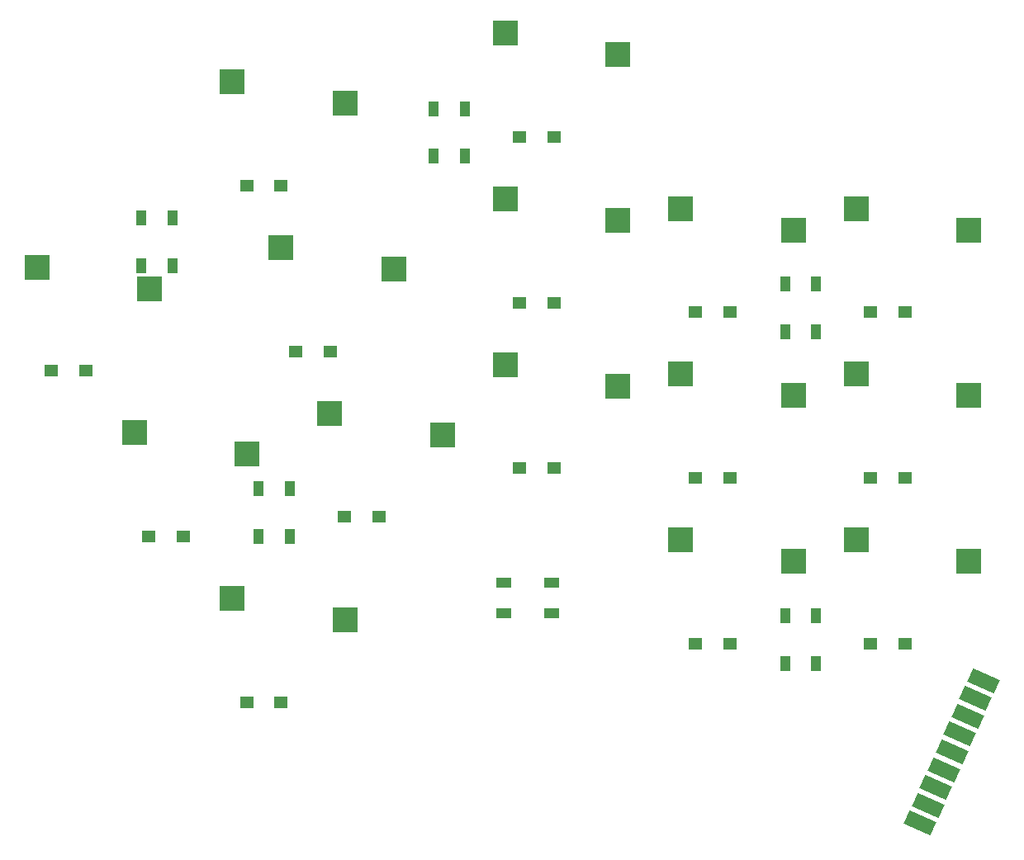
<source format=gbr>
%TF.GenerationSoftware,KiCad,Pcbnew,(6.0.6)*%
%TF.CreationDate,2022-07-28T22:41:14-07:00*%
%TF.ProjectId,left_main_routed,6c656674-5f6d-4616-996e-5f726f757465,v1.0.0*%
%TF.SameCoordinates,Original*%
%TF.FileFunction,Paste,Bot*%
%TF.FilePolarity,Positive*%
%FSLAX46Y46*%
G04 Gerber Fmt 4.6, Leading zero omitted, Abs format (unit mm)*
G04 Created by KiCad (PCBNEW (6.0.6)) date 2022-07-28 22:41:14*
%MOMM*%
%LPD*%
G01*
G04 APERTURE LIST*
G04 Aperture macros list*
%AMRotRect*
0 Rectangle, with rotation*
0 The origin of the aperture is its center*
0 $1 length*
0 $2 width*
0 $3 Rotation angle, in degrees counterclockwise*
0 Add horizontal line*
21,1,$1,$2,0,0,$3*%
G04 Aperture macros list end*
%ADD10R,2.600000X2.600000*%
%ADD11R,1.400000X1.300000*%
%ADD12RotRect,3.000000X1.500000X156.037511*%
%ADD13R,1.000000X1.500000*%
%ADD14R,1.500000X1.000000*%
G04 APERTURE END LIST*
D10*
%TO.C,SW30*%
X-80275000Y-50000D03*
X-68725000Y-2250000D03*
%TD*%
%TO.C,SW26*%
X-52275000Y57950000D03*
X-40725000Y55750000D03*
%TD*%
D11*
%TO.C,D28*%
X-70250000Y25300000D03*
X-73800000Y25300000D03*
%TD*%
D10*
%TO.C,SW29*%
X-80275000Y52950000D03*
X-68725000Y50750000D03*
%TD*%
%TO.C,SW18*%
X-16275000Y5950000D03*
X-4725000Y3750000D03*
%TD*%
%TO.C,SW23*%
X-34275000Y39950000D03*
X-22725000Y37750000D03*
%TD*%
D11*
%TO.C,D19*%
X-11250000Y12300000D03*
X-14800000Y12300000D03*
%TD*%
D10*
%TO.C,SW31*%
X-90275000Y16950000D03*
X-78725000Y14750000D03*
%TD*%
D11*
%TO.C,D32*%
X-95250000Y23300000D03*
X-98800000Y23300000D03*
%TD*%
D10*
%TO.C,SW28*%
X-75275000Y35950000D03*
X-63725000Y33750000D03*
%TD*%
D11*
%TO.C,D20*%
X-11250000Y29300000D03*
X-14800000Y29300000D03*
%TD*%
D10*
%TO.C,SW21*%
X-34275000Y5950000D03*
X-22725000Y3750000D03*
%TD*%
D11*
%TO.C,D18*%
X-11250000Y-4700000D03*
X-14800000Y-4700000D03*
%TD*%
D10*
%TO.C,SW19*%
X-16275000Y22950000D03*
X-4725000Y20750000D03*
%TD*%
D11*
%TO.C,D30*%
X-75250000Y-10700000D03*
X-78800000Y-10700000D03*
%TD*%
%TO.C,D24*%
X-47250000Y13300000D03*
X-50800000Y13300000D03*
%TD*%
%TO.C,D26*%
X-47250000Y47300000D03*
X-50800000Y47300000D03*
%TD*%
%TO.C,D22*%
X-29250000Y12300000D03*
X-32800000Y12300000D03*
%TD*%
%TO.C,D21*%
X-29250000Y-4700000D03*
X-32800000Y-4700000D03*
%TD*%
D10*
%TO.C,SW24*%
X-52275000Y23950000D03*
X-40725000Y21750000D03*
%TD*%
%TO.C,SW27*%
X-70275000Y18950000D03*
X-58725000Y16750000D03*
%TD*%
D11*
%TO.C,D27*%
X-65250000Y8300000D03*
X-68800000Y8300000D03*
%TD*%
D10*
%TO.C,SW32*%
X-100275000Y33950000D03*
X-88725000Y31750000D03*
%TD*%
%TO.C,SW22*%
X-34275000Y22950000D03*
X-22725000Y20750000D03*
%TD*%
D12*
%TO.C,J9*%
X-3238490Y-8479925D03*
X-4050767Y-10307548D03*
X-4863044Y-12135171D03*
X-5675321Y-13962794D03*
X-6487598Y-15790417D03*
X-7299875Y-17618040D03*
X-8112152Y-19445663D03*
X-8924429Y-21273286D03*
X-9736706Y-23100909D03*
%TD*%
D10*
%TO.C,SW25*%
X-52275000Y40950000D03*
X-40725000Y38750000D03*
%TD*%
D11*
%TO.C,D23*%
X-29250000Y29300000D03*
X-32800000Y29300000D03*
%TD*%
D10*
%TO.C,SW20*%
X-16275000Y39950000D03*
X-4725000Y37750000D03*
%TD*%
D11*
%TO.C,D31*%
X-85250000Y6300000D03*
X-88800000Y6300000D03*
%TD*%
%TO.C,D25*%
X-47250000Y30300000D03*
X-50800000Y30300000D03*
%TD*%
%TO.C,D29*%
X-75250000Y42300000D03*
X-78800000Y42300000D03*
%TD*%
D13*
%TO.C,DS13*%
X-89600000Y38950000D03*
X-86400000Y38950000D03*
X-86400000Y34050000D03*
X-89600000Y34050000D03*
%TD*%
%TO.C,DS14*%
X-56400000Y45300000D03*
X-59600000Y45300000D03*
X-59600000Y50200000D03*
X-56400000Y50200000D03*
%TD*%
%TO.C,DS12*%
X-77600000Y11200000D03*
X-74400000Y11200000D03*
X-74400000Y6300000D03*
X-77600000Y6300000D03*
%TD*%
%TO.C,DS9*%
X-20400000Y-6700000D03*
X-23600000Y-6700000D03*
X-23600000Y-1800000D03*
X-20400000Y-1800000D03*
%TD*%
%TO.C,DS8*%
X-20400000Y27300000D03*
X-23600000Y27300000D03*
X-23600000Y32200000D03*
X-20400000Y32200000D03*
%TD*%
D14*
%TO.C,DS10*%
X-52450000Y-1600000D03*
X-52450000Y1600000D03*
X-47550000Y1600000D03*
X-47550000Y-1600000D03*
%TD*%
M02*

</source>
